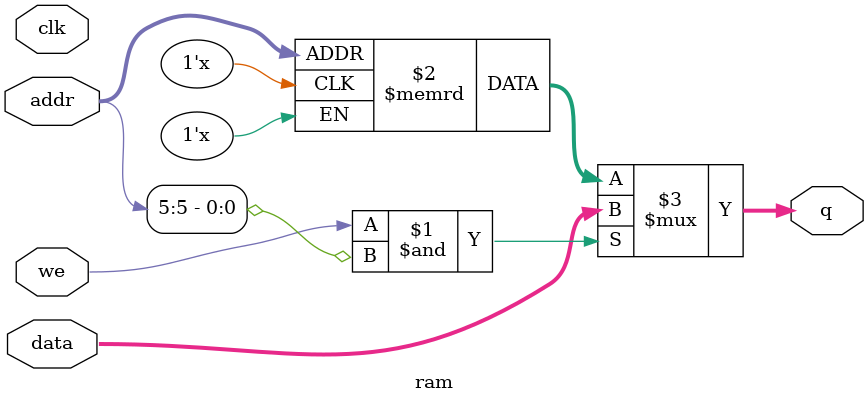
<source format=v>
module ram
(
input [7:0] data,
input [5:0] addr,
input we, clk,
output [7:0] q
);
reg [7:0] ram[63:0];
// when we is high, write data to ram at address addr
// assign the ram value at address addr to q
assign q = (we & addr[5]) ? data : ram[addr]; // "XOR" between data and the current value stored at address
initial
begin
 // initialize RAM
end

endmodule

</source>
